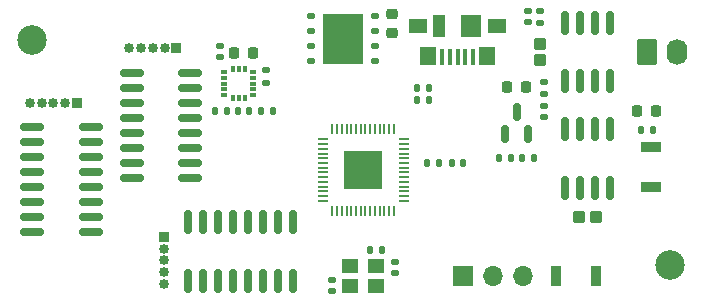
<source format=gbr>
%TF.GenerationSoftware,KiCad,Pcbnew,(6.0.6)*%
%TF.CreationDate,2022-07-04T15:46:39+03:00*%
%TF.ProjectId,gimble,67696d62-6c65-42e6-9b69-6361645f7063,0.2*%
%TF.SameCoordinates,Original*%
%TF.FileFunction,Soldermask,Top*%
%TF.FilePolarity,Negative*%
%FSLAX46Y46*%
G04 Gerber Fmt 4.6, Leading zero omitted, Abs format (unit mm)*
G04 Created by KiCad (PCBNEW (6.0.6)) date 2022-07-04 15:46:39*
%MOMM*%
%LPD*%
G01*
G04 APERTURE LIST*
G04 Aperture macros list*
%AMRoundRect*
0 Rectangle with rounded corners*
0 $1 Rounding radius*
0 $2 $3 $4 $5 $6 $7 $8 $9 X,Y pos of 4 corners*
0 Add a 4 corners polygon primitive as box body*
4,1,4,$2,$3,$4,$5,$6,$7,$8,$9,$2,$3,0*
0 Add four circle primitives for the rounded corners*
1,1,$1+$1,$2,$3*
1,1,$1+$1,$4,$5*
1,1,$1+$1,$6,$7*
1,1,$1+$1,$8,$9*
0 Add four rect primitives between the rounded corners*
20,1,$1+$1,$2,$3,$4,$5,0*
20,1,$1+$1,$4,$5,$6,$7,0*
20,1,$1+$1,$6,$7,$8,$9,0*
20,1,$1+$1,$8,$9,$2,$3,0*%
G04 Aperture macros list end*
%ADD10RoundRect,0.140000X0.170000X-0.140000X0.170000X0.140000X-0.170000X0.140000X-0.170000X-0.140000X0*%
%ADD11C,2.500000*%
%ADD12RoundRect,0.147500X0.172500X-0.147500X0.172500X0.147500X-0.172500X0.147500X-0.172500X-0.147500X0*%
%ADD13R,0.850000X0.850000*%
%ADD14O,0.850000X0.850000*%
%ADD15RoundRect,0.218750X-0.218750X-0.256250X0.218750X-0.256250X0.218750X0.256250X-0.218750X0.256250X0*%
%ADD16RoundRect,0.125000X-0.250000X-0.125000X0.250000X-0.125000X0.250000X0.125000X-0.250000X0.125000X0*%
%ADD17R,3.400000X4.300000*%
%ADD18RoundRect,0.250000X-0.287500X-0.275000X0.287500X-0.275000X0.287500X0.275000X-0.287500X0.275000X0*%
%ADD19R,0.900000X1.700000*%
%ADD20RoundRect,0.087500X0.187500X0.087500X-0.187500X0.087500X-0.187500X-0.087500X0.187500X-0.087500X0*%
%ADD21RoundRect,0.087500X0.087500X0.187500X-0.087500X0.187500X-0.087500X-0.187500X0.087500X-0.187500X0*%
%ADD22RoundRect,0.135000X-0.135000X-0.185000X0.135000X-0.185000X0.135000X0.185000X-0.135000X0.185000X0*%
%ADD23RoundRect,0.150000X-0.150000X0.825000X-0.150000X-0.825000X0.150000X-0.825000X0.150000X0.825000X0*%
%ADD24R,1.700000X0.900000*%
%ADD25R,1.700000X1.700000*%
%ADD26O,1.700000X1.700000*%
%ADD27RoundRect,0.150000X0.150000X-0.825000X0.150000X0.825000X-0.150000X0.825000X-0.150000X-0.825000X0*%
%ADD28RoundRect,0.225000X-0.250000X0.225000X-0.250000X-0.225000X0.250000X-0.225000X0.250000X0.225000X0*%
%ADD29RoundRect,0.140000X0.140000X0.170000X-0.140000X0.170000X-0.140000X-0.170000X0.140000X-0.170000X0*%
%ADD30RoundRect,0.135000X0.135000X0.185000X-0.135000X0.185000X-0.135000X-0.185000X0.135000X-0.185000X0*%
%ADD31R,1.400000X1.200000*%
%ADD32RoundRect,0.147500X0.147500X0.172500X-0.147500X0.172500X-0.147500X-0.172500X0.147500X-0.172500X0*%
%ADD33RoundRect,0.250000X-0.620000X-0.845000X0.620000X-0.845000X0.620000X0.845000X-0.620000X0.845000X0*%
%ADD34O,1.740000X2.190000*%
%ADD35RoundRect,0.250000X-0.275000X0.287500X-0.275000X-0.287500X0.275000X-0.287500X0.275000X0.287500X0*%
%ADD36RoundRect,0.150000X0.825000X0.150000X-0.825000X0.150000X-0.825000X-0.150000X0.825000X-0.150000X0*%
%ADD37RoundRect,0.140000X-0.170000X0.140000X-0.170000X-0.140000X0.170000X-0.140000X0.170000X0.140000X0*%
%ADD38RoundRect,0.050000X-0.387500X-0.050000X0.387500X-0.050000X0.387500X0.050000X-0.387500X0.050000X0*%
%ADD39RoundRect,0.050000X-0.050000X-0.387500X0.050000X-0.387500X0.050000X0.387500X-0.050000X0.387500X0*%
%ADD40R,3.200000X3.200000*%
%ADD41RoundRect,0.150000X0.150000X-0.587500X0.150000X0.587500X-0.150000X0.587500X-0.150000X-0.587500X0*%
%ADD42RoundRect,0.135000X0.185000X-0.135000X0.185000X0.135000X-0.185000X0.135000X-0.185000X-0.135000X0*%
%ADD43R,0.450000X1.380000*%
%ADD44R,1.650000X1.300000*%
%ADD45R,1.425000X1.550000*%
%ADD46R,1.800000X1.900000*%
%ADD47R,1.000000X1.900000*%
%ADD48RoundRect,0.135000X-0.185000X0.135000X-0.185000X-0.135000X0.185000X-0.135000X0.185000X0.135000X0*%
%ADD49RoundRect,0.225000X-0.225000X-0.250000X0.225000X-0.250000X0.225000X0.250000X-0.225000X0.250000X0*%
G04 APERTURE END LIST*
D10*
%TO.C,C402*%
X118850000Y-54430000D03*
X118850000Y-53470000D03*
%TD*%
D11*
%TO.C,REF\u002A\u002A*%
X157000000Y-72025000D03*
%TD*%
D12*
%TO.C,D202*%
X145000000Y-51485000D03*
X145000000Y-50515000D03*
%TD*%
D13*
%TO.C,M500*%
X115190000Y-53680000D03*
D14*
X114190000Y-53680000D03*
X113190000Y-53680000D03*
X112190000Y-53680000D03*
X111190000Y-53680000D03*
%TD*%
D15*
%TO.C,D200*%
X154212500Y-59000000D03*
X155787500Y-59000000D03*
%TD*%
D16*
%TO.C,U301*%
X126610000Y-50970000D03*
X126610000Y-52240000D03*
X126610000Y-53510000D03*
X126610000Y-54780000D03*
X132010000Y-54780000D03*
X132010000Y-53510000D03*
X132010000Y-52240000D03*
X132010000Y-50970000D03*
D17*
X129310000Y-52875000D03*
%TD*%
D18*
%TO.C,C200*%
X149287500Y-68000000D03*
X150712500Y-68000000D03*
%TD*%
D19*
%TO.C,SW300*%
X147300000Y-73000000D03*
X150700000Y-73000000D03*
%TD*%
D20*
%TO.C,U400*%
X121700000Y-57675000D03*
X121700000Y-57175000D03*
X121700000Y-56675000D03*
X121700000Y-56175000D03*
X121700000Y-55675000D03*
D21*
X120975000Y-55450000D03*
X120475000Y-55450000D03*
X119975000Y-55450000D03*
D20*
X119250000Y-55675000D03*
X119250000Y-56175000D03*
X119250000Y-56675000D03*
X119250000Y-57175000D03*
X119250000Y-57675000D03*
D21*
X119975000Y-57900000D03*
X120475000Y-57900000D03*
X120975000Y-57900000D03*
%TD*%
D10*
%TO.C,C311*%
X128325000Y-74280000D03*
X128325000Y-73320000D03*
%TD*%
D22*
%TO.C,R303*%
X136415000Y-63400000D03*
X137435000Y-63400000D03*
%TD*%
D23*
%TO.C,U200*%
X151905000Y-60525000D03*
X150635000Y-60525000D03*
X149365000Y-60525000D03*
X148095000Y-60525000D03*
X148095000Y-65475000D03*
X149365000Y-65475000D03*
X150635000Y-65475000D03*
X151905000Y-65475000D03*
%TD*%
D13*
%TO.C,M501*%
X106770000Y-58290000D03*
D14*
X105770000Y-58290000D03*
X104770000Y-58290000D03*
X103770000Y-58290000D03*
X102770000Y-58290000D03*
%TD*%
D24*
%TO.C,SW301*%
X155400000Y-65425000D03*
X155400000Y-62025000D03*
%TD*%
D22*
%TO.C,R302*%
X131615000Y-70725000D03*
X132635000Y-70725000D03*
%TD*%
D25*
%TO.C,J300*%
X139475000Y-73000000D03*
D26*
X142015000Y-73000000D03*
X144555000Y-73000000D03*
%TD*%
D22*
%TO.C,R401*%
X122340000Y-59000000D03*
X123360000Y-59000000D03*
%TD*%
D27*
%TO.C,U201*%
X148095000Y-56475000D03*
X149365000Y-56475000D03*
X150635000Y-56475000D03*
X151905000Y-56475000D03*
X151905000Y-51525000D03*
X150635000Y-51525000D03*
X149365000Y-51525000D03*
X148095000Y-51525000D03*
%TD*%
D23*
%TO.C,U502*%
X125065000Y-68435000D03*
X123795000Y-68435000D03*
X122525000Y-68435000D03*
X121255000Y-68435000D03*
X119985000Y-68435000D03*
X118715000Y-68435000D03*
X117445000Y-68435000D03*
X116175000Y-68435000D03*
X116175000Y-73385000D03*
X117445000Y-73385000D03*
X118715000Y-73385000D03*
X119985000Y-73385000D03*
X121255000Y-73385000D03*
X122525000Y-73385000D03*
X123795000Y-73385000D03*
X125065000Y-73385000D03*
%TD*%
D28*
%TO.C,C313*%
X133460000Y-50825000D03*
X133460000Y-52375000D03*
%TD*%
D29*
%TO.C,C403*%
X119455000Y-59000000D03*
X118495000Y-59000000D03*
%TD*%
D30*
%TO.C,R301*%
X136600000Y-58075000D03*
X135580000Y-58075000D03*
%TD*%
D31*
%TO.C,Y300*%
X129900000Y-73850000D03*
X132100000Y-73850000D03*
X132100000Y-72150000D03*
X129900000Y-72150000D03*
%TD*%
D12*
%TO.C,D201*%
X146300000Y-59535000D03*
X146300000Y-58565000D03*
%TD*%
D29*
%TO.C,C400*%
X121380000Y-59000000D03*
X120420000Y-59000000D03*
%TD*%
D32*
%TO.C,D300*%
X139460000Y-63400000D03*
X138490000Y-63400000D03*
%TD*%
D33*
%TO.C,J201*%
X155000000Y-54000000D03*
D34*
X157540000Y-54000000D03*
%TD*%
D35*
%TO.C,C201*%
X146000000Y-53287500D03*
X146000000Y-54712500D03*
%TD*%
D36*
%TO.C,U501*%
X107955000Y-69255000D03*
X107955000Y-67985000D03*
X107955000Y-66715000D03*
X107955000Y-65445000D03*
X107955000Y-64175000D03*
X107955000Y-62905000D03*
X107955000Y-61635000D03*
X107955000Y-60365000D03*
X103005000Y-60365000D03*
X103005000Y-61635000D03*
X103005000Y-62905000D03*
X103005000Y-64175000D03*
X103005000Y-65445000D03*
X103005000Y-66715000D03*
X103005000Y-67985000D03*
X103005000Y-69255000D03*
%TD*%
D30*
%TO.C,R304*%
X155520000Y-60595000D03*
X154500000Y-60595000D03*
%TD*%
D15*
%TO.C,FB200*%
X143212500Y-57000000D03*
X144787500Y-57000000D03*
%TD*%
D37*
%TO.C,C312*%
X133700000Y-71770000D03*
X133700000Y-72730000D03*
%TD*%
D38*
%TO.C,U300*%
X127562500Y-61400000D03*
X127562500Y-61800000D03*
X127562500Y-62200000D03*
X127562500Y-62600000D03*
X127562500Y-63000000D03*
X127562500Y-63400000D03*
X127562500Y-63800000D03*
X127562500Y-64200000D03*
X127562500Y-64600000D03*
X127562500Y-65000000D03*
X127562500Y-65400000D03*
X127562500Y-65800000D03*
X127562500Y-66200000D03*
X127562500Y-66600000D03*
D39*
X128400000Y-67437500D03*
X128800000Y-67437500D03*
X129200000Y-67437500D03*
X129600000Y-67437500D03*
X130000000Y-67437500D03*
X130400000Y-67437500D03*
X130800000Y-67437500D03*
X131200000Y-67437500D03*
X131600000Y-67437500D03*
X132000000Y-67437500D03*
X132400000Y-67437500D03*
X132800000Y-67437500D03*
X133200000Y-67437500D03*
X133600000Y-67437500D03*
D38*
X134437500Y-66600000D03*
X134437500Y-66200000D03*
X134437500Y-65800000D03*
X134437500Y-65400000D03*
X134437500Y-65000000D03*
X134437500Y-64600000D03*
X134437500Y-64200000D03*
X134437500Y-63800000D03*
X134437500Y-63400000D03*
X134437500Y-63000000D03*
X134437500Y-62600000D03*
X134437500Y-62200000D03*
X134437500Y-61800000D03*
X134437500Y-61400000D03*
D39*
X133600000Y-60562500D03*
X133200000Y-60562500D03*
X132800000Y-60562500D03*
X132400000Y-60562500D03*
X132000000Y-60562500D03*
X131600000Y-60562500D03*
X131200000Y-60562500D03*
X130800000Y-60562500D03*
X130400000Y-60562500D03*
X130000000Y-60562500D03*
X129600000Y-60562500D03*
X129200000Y-60562500D03*
X128800000Y-60562500D03*
X128400000Y-60562500D03*
D40*
X131000000Y-64000000D03*
%TD*%
D22*
%TO.C,R203*%
X144490000Y-63000000D03*
X145510000Y-63000000D03*
%TD*%
D41*
%TO.C,Q200*%
X143050000Y-60937500D03*
X144950000Y-60937500D03*
X144000000Y-59062500D03*
%TD*%
D13*
%TO.C,M502*%
X114170000Y-69640000D03*
D14*
X114170000Y-70640000D03*
X114170000Y-71640000D03*
X114170000Y-72640000D03*
X114170000Y-73640000D03*
%TD*%
D42*
%TO.C,R202*%
X146000000Y-51510000D03*
X146000000Y-50490000D03*
%TD*%
D36*
%TO.C,U500*%
X116375000Y-64670000D03*
X116375000Y-63400000D03*
X116375000Y-62130000D03*
X116375000Y-60860000D03*
X116375000Y-59590000D03*
X116375000Y-58320000D03*
X116375000Y-57050000D03*
X116375000Y-55780000D03*
X111425000Y-55780000D03*
X111425000Y-57050000D03*
X111425000Y-58320000D03*
X111425000Y-59590000D03*
X111425000Y-60860000D03*
X111425000Y-62130000D03*
X111425000Y-63400000D03*
X111425000Y-64670000D03*
%TD*%
D43*
%TO.C,J200*%
X140300000Y-54460000D03*
X139650000Y-54460000D03*
X139000000Y-54460000D03*
X138350000Y-54460000D03*
X137700000Y-54460000D03*
D44*
X142375000Y-51800000D03*
D45*
X141487500Y-54375000D03*
D46*
X140150000Y-51800000D03*
D47*
X137450000Y-51800000D03*
D44*
X135625000Y-51800000D03*
D45*
X136512500Y-54375000D03*
%TD*%
D48*
%TO.C,R400*%
X122800000Y-55565000D03*
X122800000Y-56585000D03*
%TD*%
%TO.C,R201*%
X146300000Y-56540000D03*
X146300000Y-57560000D03*
%TD*%
D30*
%TO.C,R300*%
X136600000Y-57059000D03*
X135580000Y-57059000D03*
%TD*%
D49*
%TO.C,C401*%
X120100000Y-54075000D03*
X121650000Y-54075000D03*
%TD*%
D30*
%TO.C,R200*%
X143510000Y-63000000D03*
X142490000Y-63000000D03*
%TD*%
D11*
%TO.C,REF\u002A\u002A*%
X102925000Y-52975000D03*
%TD*%
M02*

</source>
